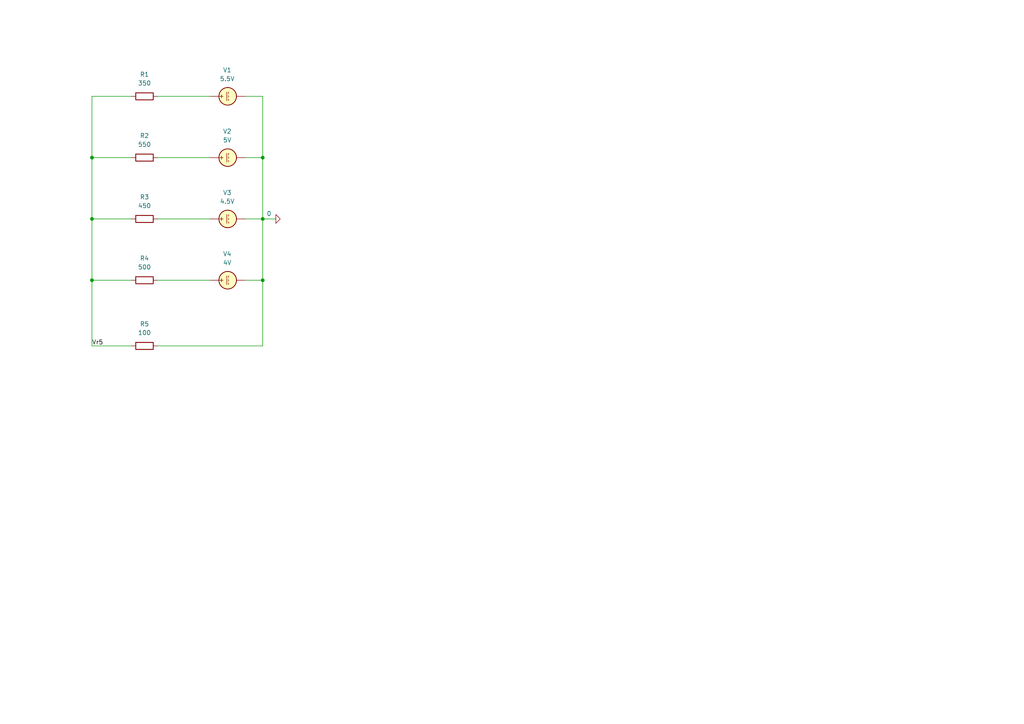
<source format=kicad_sch>
(kicad_sch (version 20250114) (generator "eeschema") (generator_version "9.0")
  (paper "A4")
  (lib_symbols
    (symbol "Device:R" (pin_numbers (hide yes)) (pin_names (offset 0))
      (property "Reference" "R" (at 2.032 0 90))
      (property "Value" "R" (at 0 0 90))
      (symbol "R_0_1"
        (rectangle (start -1.016 -2.54) (end 1.016 2.54) (stroke (width 0.254)))
      )
      (symbol "R_1_1"
        (pin passive line (at 0 3.81 270) (length 1.27) (name "~") (number "1"))
        (pin passive line (at 0 -3.81 90) (length 1.27) (name "~") (number "2"))
      )
    )
    (symbol "Simulation_SPICE:0" (power) (pin_numbers (hide yes)) (pin_names (offset 0) (hide yes))
      (property "Value" "0" (at 0 -2.54 0))
      (symbol "0_0_1"
        (polyline (pts (xy -1.27 0) (xy 0 -1.27) (xy 1.27 0) (xy -1.27 0)))
      )
      (symbol "0_1_1"
        (pin power_in line (at 0 0 0) (length 0) (name "~") (number "1"))
      )
    )
    (symbol "Simulation_SPICE:VDC" (pin_numbers (hide yes)) (pin_names (offset 0.0254))
      (property "Reference" "V" (at 2.54 2.54 0))
      (property "Value" "1" (at 2.54 0 0))
      (symbol "VDC_0_0"
        (polyline (pts (xy -1.27 0.254) (xy 1.27 0.254)))
        (polyline (pts (xy -0.762 -0.254) (xy -1.27 -0.254)))
        (polyline (pts (xy 0.254 -0.254) (xy -0.254 -0.254)))
        (polyline (pts (xy 1.27 -0.254) (xy 0.762 -0.254)))
        (text "+" (at 0 1.905 0) (effects (font (size 1.27 1.27))))
      )
      (symbol "VDC_0_1"
        (circle (center 0 0) (radius 2.54) (stroke (width 0.254)) (fill (type background)))
      )
      (symbol "VDC_1_1"
        (pin passive line (at 0 5.08 270) (length 2.54) (name "~") (number "1"))
        (pin passive line (at 0 -5.08 90) (length 2.54) (name "~") (number "2"))
      )
    )
  )
  (junction (at 26.67 63.5))
  (junction (at 76.2 81.28))
  (junction (at 76.2 45.72))
  (junction (at 76.2 63.5))
  (junction (at 26.67 81.28))
  (junction (at 26.67 45.72))
  (wire (pts (xy 76.2 45.72) (xy 76.2 63.5)))
  (wire (pts (xy 45.72 81.28) (xy 60.96 81.28)))
  (wire (pts (xy 71.12 81.28) (xy 76.2 81.28)))
  (wire (pts (xy 71.12 45.72) (xy 76.2 45.72)))
  (wire (pts (xy 71.12 27.94) (xy 76.2 27.94)))
  (wire (pts (xy 26.67 45.72) (xy 26.67 63.5)))
  (wire (pts (xy 26.67 27.94) (xy 26.67 45.72)))
  (wire (pts (xy 26.67 27.94) (xy 38.1 27.94)))
  (wire (pts (xy 76.2 63.5) (xy 76.2 81.28)))
  (wire (pts (xy 26.67 45.72) (xy 38.1 45.72)))
  (wire (pts (xy 76.2 100.33) (xy 45.72 100.33)))
  (wire (pts (xy 71.12 63.5) (xy 76.2 63.5)))
  (wire (pts (xy 26.67 63.5) (xy 38.1 63.5)))
  (wire (pts (xy 45.72 27.94) (xy 60.96 27.94)))
  (wire (pts (xy 76.2 63.5) (xy 80.01 63.5)))
  (wire (pts (xy 26.67 81.28) (xy 38.1 81.28)))
  (wire (pts (xy 45.72 63.5) (xy 60.96 63.5)))
  (wire (pts (xy 45.72 45.72) (xy 60.96 45.72)))
  (wire (pts (xy 26.67 63.5) (xy 26.67 81.28)))
  (wire (pts (xy 26.67 81.28) (xy 26.67 100.33)))
  (wire (pts (xy 76.2 27.94) (xy 76.2 45.72)))
  (wire (pts (xy 26.67 100.33) (xy 38.1 100.33)))
  (wire (pts (xy 76.2 81.28) (xy 76.2 100.33)))
  (label "Vr5" (at 26.67 100.33 0))
  (symbol (lib_id "Device:R") (at 41.91 27.94 90) (unit 1)
    (property "Reference" "R1" (at 41.91 21.59 90))
    (property "Value" "350" (at 41.91 24.13 90))
    (property "Description" "Resistor" (effects (hide yes)))
  )
  (symbol (lib_id "Simulation_SPICE:VDC") (at 66.04 81.28 90) (unit 1)
    (property "Reference" "V4" (at 65.9102 73.66 90))
    (property "Value" "4V" (at 65.9102 76.2 90))
    (property "Datasheet" "https://ngspice.sourceforge.io/docs/ngspice-html-manual/manual.xhtml#sec_Independent_Sources_for" (effects (hide yes)))
    (property "Description" "Voltage source, DC" (effects (hide yes)))
    (property "Sim.Pins" "1=+ 2=-" (effects (hide yes)))
    (property "Sim.Type" "DC" (effects (hide yes)))
    (property "Sim.Device" "V" (effects (hide yes)))
  )
  (symbol (lib_id "Device:R") (at 41.91 100.33 90) (unit 1)
    (property "Reference" "R5" (at 41.91 93.98 90))
    (property "Value" "100" (at 41.91 96.52 90))
    (property "Description" "Resistor" (effects (hide yes)))
  )
  (symbol (lib_id "Device:R") (at 41.91 81.28 90) (unit 1)
    (property "Reference" "R4" (at 41.91 74.93 90))
    (property "Value" "500" (at 41.91 77.47 90))
    (property "Description" "Resistor" (effects (hide yes)))
  )
  (symbol (lib_id "Simulation_SPICE:VDC") (at 66.04 63.5 90) (unit 1)
    (property "Reference" "V3" (at 65.9102 55.88 90))
    (property "Value" "4.5V" (at 65.9102 58.42 90))
    (property "Datasheet" "https://ngspice.sourceforge.io/docs/ngspice-html-manual/manual.xhtml#sec_Independent_Sources_for" (effects (hide yes)))
    (property "Description" "Voltage source, DC" (effects (hide yes)))
    (property "Sim.Pins" "1=+ 2=-" (effects (hide yes)))
    (property "Sim.Type" "DC" (effects (hide yes)))
    (property "Sim.Device" "V" (effects (hide yes)))
  )
  (symbol (lib_id "Device:R") (at 41.91 45.72 90) (unit 1)
    (property "Reference" "R2" (at 41.91 39.37 90))
    (property "Value" "550" (at 41.91 41.91 90))
    (property "Description" "Resistor" (effects (hide yes)))
  )
  (symbol (lib_id "Simulation_SPICE:VDC") (at 66.04 45.72 90) (unit 1)
    (property "Reference" "V2" (at 65.9102 38.1 90))
    (property "Value" "5V" (at 65.9102 40.64 90))
    (property "Datasheet" "https://ngspice.sourceforge.io/docs/ngspice-html-manual/manual.xhtml#sec_Independent_Sources_for" (effects (hide yes)))
    (property "Description" "Voltage source, DC" (effects (hide yes)))
    (property "Sim.Pins" "1=+ 2=-" (effects (hide yes)))
    (property "Sim.Type" "DC" (effects (hide yes)))
    (property "Sim.Device" "V" (effects (hide yes)))
  )
  (symbol (lib_id "Simulation_SPICE:VDC") (at 66.04 27.94 90) (unit 1)
    (property "Reference" "V1" (at 65.9102 20.32 90))
    (property "Value" "5.5V" (at 65.9102 22.86 90))
    (property "Datasheet" "https://ngspice.sourceforge.io/docs/ngspice-html-manual/manual.xhtml#sec_Independent_Sources_for" (effects (hide yes)))
    (property "Description" "Voltage source, DC" (effects (hide yes)))
    (property "Sim.Pins" "1=+ 2=-" (effects (hide yes)))
    (property "Sim.Type" "DC" (effects (hide yes)))
    (property "Sim.Device" "V" (effects (hide yes)))
  )
  (symbol (lib_id "Device:R") (at 41.91 63.5 90) (unit 1)
    (property "Reference" "R3" (at 41.91 57.15 90))
    (property "Value" "450" (at 41.91 59.69 90))
    (property "Description" "Resistor" (effects (hide yes)))
  )
  (symbol (lib_id "Simulation_SPICE:0") (at 80.01 63.5 90) (unit 1)
    (property "Reference" "#GND01" (effects (hide yes)))
    (property "Value" "0" (at 78.74 61.976 90) (effects (justify left)))
    (property "Datasheet" "https://ngspice.sourceforge.io/docs/ngspice-html-manual/manual.xhtml#subsec_Circuit_elements__device" (effects (hide yes)))
    (property "Description" "0V reference potential for simulation" (effects (hide yes)))
  )
)
</source>
